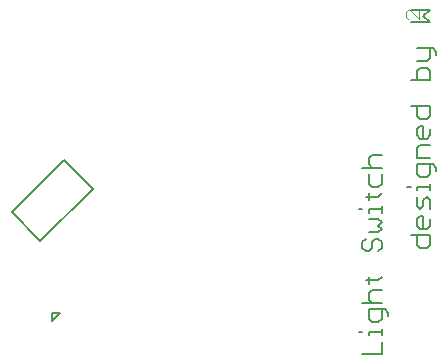
<source format=gto>
G75*
G70*
%OFA0B0*%
%FSLAX24Y24*%
%IPPOS*%
%LPD*%
%AMOC8*
5,1,8,0,0,1.08239X$1,22.5*
%
%ADD10C,0.0060*%
%ADD11C,0.0040*%
%ADD12C,0.0080*%
D10*
X003670Y011211D02*
X005409Y012950D01*
X004446Y013913D01*
X002706Y012174D01*
X003670Y011211D01*
X014293Y012268D02*
X014399Y012268D01*
X014613Y012268D02*
X014613Y012161D01*
X014613Y012268D02*
X015040Y012268D01*
X015040Y012161D02*
X015040Y012375D01*
X014933Y012698D02*
X015040Y012805D01*
X014933Y012698D02*
X014506Y012698D01*
X014613Y012591D02*
X014613Y012805D01*
X014720Y013021D02*
X014933Y013021D01*
X015040Y013128D01*
X015040Y013448D01*
X015040Y013665D02*
X014399Y013665D01*
X014613Y013772D02*
X014613Y013986D01*
X014720Y014092D01*
X015040Y014092D01*
X014720Y013665D02*
X014613Y013772D01*
X014613Y013448D02*
X014613Y013128D01*
X014720Y013021D01*
X014613Y011944D02*
X014933Y011944D01*
X015040Y011837D01*
X014933Y011730D01*
X015040Y011624D01*
X014933Y011517D01*
X014613Y011517D01*
X014506Y011299D02*
X014399Y011193D01*
X014399Y010979D01*
X014506Y010872D01*
X014613Y010872D01*
X014720Y010979D01*
X014720Y011193D01*
X014826Y011299D01*
X014933Y011299D01*
X015040Y011193D01*
X015040Y010979D01*
X014933Y010872D01*
X015040Y010012D02*
X014933Y009905D01*
X014506Y009905D01*
X014613Y009798D02*
X014613Y010012D01*
X014720Y009581D02*
X014613Y009474D01*
X014613Y009260D01*
X014720Y009154D01*
X014613Y008936D02*
X014613Y008616D01*
X014720Y008509D01*
X014933Y008509D01*
X015040Y008616D01*
X015040Y008936D01*
X015147Y008936D02*
X014613Y008936D01*
X014399Y009154D02*
X015040Y009154D01*
X015147Y008936D02*
X015254Y008829D01*
X015254Y008723D01*
X015040Y008293D02*
X015040Y008079D01*
X015040Y008186D02*
X014613Y008186D01*
X014613Y008079D01*
X014399Y008186D02*
X014293Y008186D01*
X014399Y007435D02*
X015040Y007435D01*
X015040Y007862D01*
X015040Y009581D02*
X014720Y009581D01*
X016223Y011087D02*
X016223Y011407D01*
X016009Y011407D02*
X016650Y011407D01*
X016650Y011087D01*
X016543Y010980D01*
X016330Y010980D01*
X016223Y011087D01*
X016330Y011625D02*
X016223Y011731D01*
X016223Y011945D01*
X016330Y012052D01*
X016436Y012052D01*
X016436Y011625D01*
X016330Y011625D02*
X016543Y011625D01*
X016650Y011731D01*
X016650Y011945D01*
X016650Y012269D02*
X016650Y012589D01*
X016543Y012696D01*
X016436Y012589D01*
X016436Y012376D01*
X016330Y012269D01*
X016223Y012376D01*
X016223Y012696D01*
X016223Y012914D02*
X016223Y013020D01*
X016650Y013020D01*
X016650Y012914D02*
X016650Y013127D01*
X016543Y013343D02*
X016650Y013450D01*
X016650Y013770D01*
X016757Y013770D02*
X016223Y013770D01*
X016223Y013450D01*
X016330Y013343D01*
X016543Y013343D01*
X016864Y013557D02*
X016864Y013664D01*
X016757Y013770D01*
X016650Y013988D02*
X016223Y013988D01*
X016223Y014308D01*
X016330Y014415D01*
X016650Y014415D01*
X016543Y014632D02*
X016330Y014632D01*
X016223Y014739D01*
X016223Y014953D01*
X016330Y015059D01*
X016436Y015059D01*
X016436Y014632D01*
X016543Y014632D02*
X016650Y014739D01*
X016650Y014953D01*
X016543Y015277D02*
X016330Y015277D01*
X016223Y015384D01*
X016223Y015704D01*
X016009Y015704D02*
X016650Y015704D01*
X016650Y015384D01*
X016543Y015277D01*
X016650Y016566D02*
X016009Y016566D01*
X016223Y016566D02*
X016223Y016886D01*
X016330Y016993D01*
X016543Y016993D01*
X016650Y016886D01*
X016650Y016566D01*
X016543Y017211D02*
X016223Y017211D01*
X016543Y017211D02*
X016650Y017317D01*
X016650Y017638D01*
X016757Y017638D02*
X016864Y017531D01*
X016864Y017424D01*
X016757Y017638D02*
X016223Y017638D01*
X016009Y018500D02*
X016650Y018500D01*
X016436Y018713D01*
X016650Y018927D01*
X016009Y018927D01*
X015903Y013020D02*
X016009Y013020D01*
D11*
X015916Y018620D02*
X015840Y018697D01*
X015840Y018850D01*
X015916Y018927D01*
X015993Y018927D01*
X016300Y018620D01*
X016300Y018927D01*
D12*
X004061Y008812D02*
X004061Y008546D01*
X004328Y008813D01*
X004328Y008812D01*
X004061Y008812D01*
M02*

</source>
